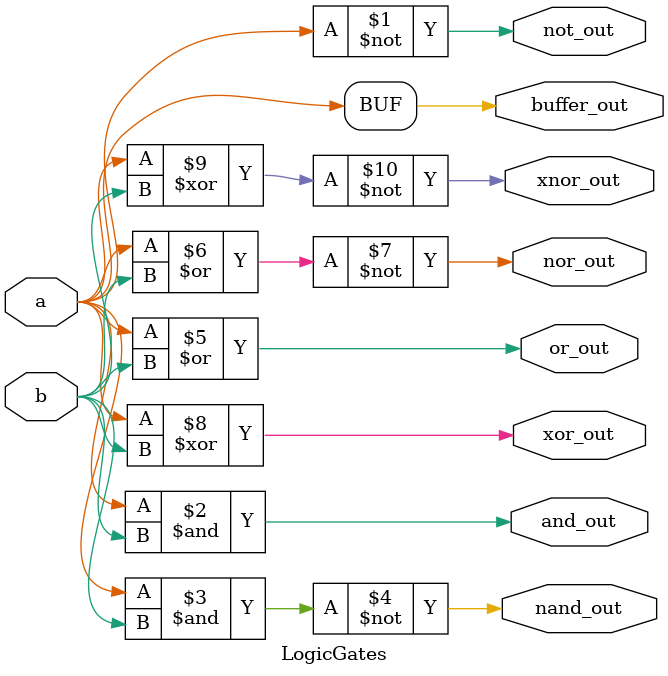
<source format=v>
module LogicGates(a, b, buffer_out, not_out, and_out, nand_out, or_out, nor_out, xor_out, xnor_out);
	input a, b;
	output buffer_out, not_out, and_out, nand_out, or_out, nor_out, xor_out, xnor_out;

	assign buffer_out = a;
	assign not_out = ~a;
	assign and_out = (a & b);
	assign nand_out = ~(a & b);
	assign or_out = (a | b);
	assign nor_out = ~(a | b);
	assign xor_out = (a ^ b);
	assign xnor_out = ~(a ^ b);
endmodule

</source>
